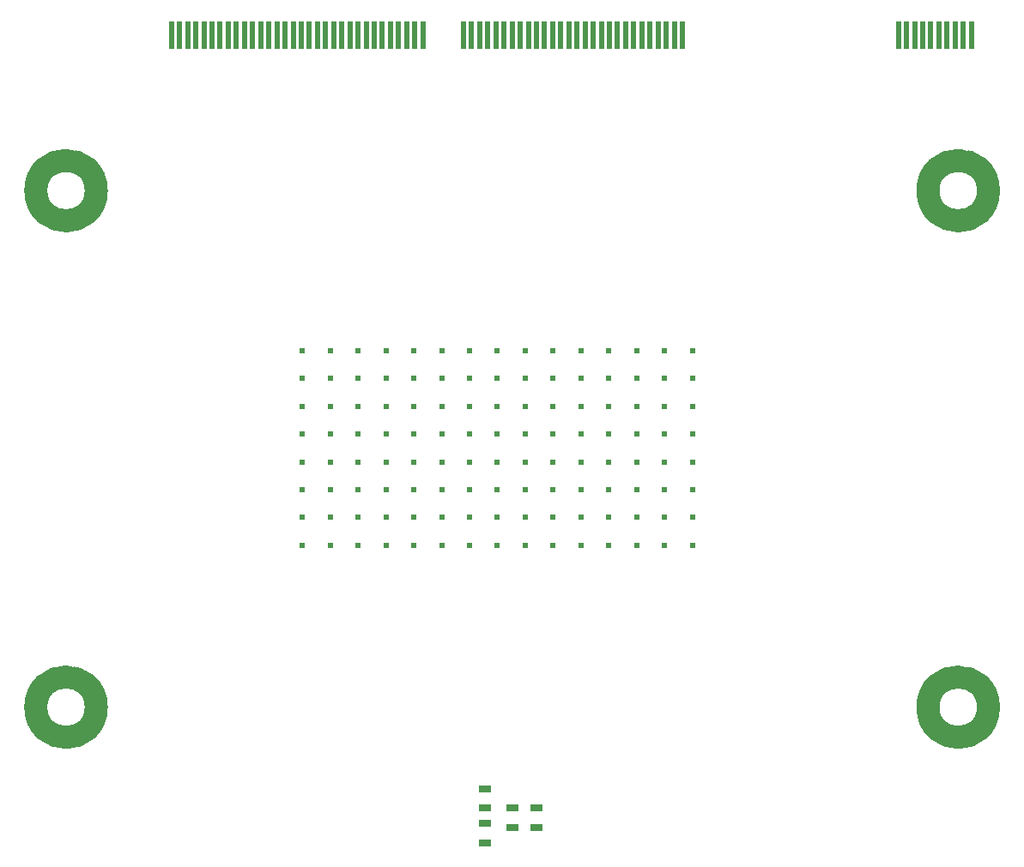
<source format=gbr>
G04 #@! TF.FileFunction,Paste,Bot*
%FSLAX46Y46*%
G04 Gerber Fmt 4.6, Leading zero omitted, Abs format (unit mm)*
G04 Created by KiCad (PCBNEW 4.0.1-stable) date 11/11/2016 12:06:41 PM*
%MOMM*%
G01*
G04 APERTURE LIST*
%ADD10C,0.100000*%
%ADD11C,2.250000*%
%ADD12R,0.500000X2.800000*%
%ADD13R,1.300000X0.700000*%
%ADD14C,0.604800*%
G04 APERTURE END LIST*
D10*
D11*
X146982767Y-74000000D02*
G75*
G03X146982767Y-74000000I-2982767J0D01*
G01*
X146982767Y-125000000D02*
G75*
G03X146982767Y-125000000I-2982767J0D01*
G01*
X58982767Y-125000000D02*
G75*
G03X58982767Y-125000000I-2982767J0D01*
G01*
X58982767Y-74000000D02*
G75*
G03X58982767Y-74000000I-2982767J0D01*
G01*
D12*
X116800000Y-58625000D03*
X115200000Y-58625000D03*
X116000000Y-58625000D03*
X114400000Y-58625000D03*
X95200000Y-58625000D03*
X96000000Y-58625000D03*
X91200000Y-58625000D03*
X100000000Y-58625000D03*
X100800000Y-58625000D03*
X102400000Y-58625000D03*
X101600000Y-58625000D03*
X98400000Y-58625000D03*
X99200000Y-58625000D03*
X97600000Y-58625000D03*
X96800000Y-58625000D03*
X109600000Y-58625000D03*
X110400000Y-58625000D03*
X112000000Y-58625000D03*
X111200000Y-58625000D03*
X113600000Y-58625000D03*
X112800000Y-58625000D03*
X106400000Y-58625000D03*
X107200000Y-58625000D03*
X108800000Y-58625000D03*
X108000000Y-58625000D03*
X104800000Y-58625000D03*
X105600000Y-58625000D03*
X104000000Y-58625000D03*
X103200000Y-58625000D03*
X80000000Y-58625000D03*
X80800000Y-58625000D03*
X82400000Y-58625000D03*
X81600000Y-58625000D03*
X84800000Y-58625000D03*
X85600000Y-58625000D03*
X84000000Y-58625000D03*
X83200000Y-58625000D03*
X89600000Y-58625000D03*
X90400000Y-58625000D03*
X88000000Y-58625000D03*
X88800000Y-58625000D03*
X87200000Y-58625000D03*
X86400000Y-58625000D03*
X73600000Y-58625000D03*
X74400000Y-58625000D03*
X76000000Y-58625000D03*
X75200000Y-58625000D03*
X78400000Y-58625000D03*
X79200000Y-58625000D03*
X77600000Y-58625000D03*
X76800000Y-58625000D03*
X70400000Y-58625000D03*
X71200000Y-58625000D03*
X72800000Y-58625000D03*
X72000000Y-58625000D03*
X68800000Y-58625000D03*
X69600000Y-58625000D03*
X68000000Y-58625000D03*
X66400000Y-58625000D03*
X67200000Y-58625000D03*
D13*
X102410000Y-136867000D03*
X102410000Y-134967000D03*
X99997000Y-134967000D03*
X99997000Y-136867000D03*
X97330000Y-136491000D03*
X97330000Y-138391000D03*
X97330000Y-133062000D03*
X97330000Y-134962000D03*
D14*
X79300000Y-109025000D03*
X79300000Y-106275000D03*
X79300000Y-103525000D03*
X79300000Y-100775000D03*
X79300000Y-98025000D03*
X79300000Y-95275000D03*
X79300000Y-92525000D03*
X79300000Y-89775000D03*
X82050000Y-109025000D03*
X82050000Y-106275000D03*
X82050000Y-103525000D03*
X82050000Y-100775000D03*
X82050000Y-98025000D03*
X82050000Y-95275000D03*
X82050000Y-92525000D03*
X82050000Y-89775000D03*
X84800000Y-109025000D03*
X84800000Y-106275000D03*
X84800000Y-103525000D03*
X84800000Y-100775000D03*
X84800000Y-98025000D03*
X84800000Y-95275000D03*
X84800000Y-92525000D03*
X84800000Y-89775000D03*
X87550000Y-109025000D03*
X87550000Y-106275000D03*
X87550000Y-103525000D03*
X87550000Y-100775000D03*
X87550000Y-98025000D03*
X87550000Y-95275000D03*
X87550000Y-92525000D03*
X87550000Y-89775000D03*
X90300000Y-109025000D03*
X90300000Y-106275000D03*
X90300000Y-103525000D03*
X90300000Y-100775000D03*
X90300000Y-98025000D03*
X90300000Y-95275000D03*
X90300000Y-92525000D03*
X90300000Y-89775000D03*
X93050000Y-109025000D03*
X93050000Y-106275000D03*
X93050000Y-103525000D03*
X93050000Y-100775000D03*
X93050000Y-98025000D03*
X93050000Y-95275000D03*
X93050000Y-92525000D03*
X93050000Y-89775000D03*
X95800000Y-109025000D03*
X95800000Y-106275000D03*
X95800000Y-103525000D03*
X95800000Y-100775000D03*
X95800000Y-98025000D03*
X95800000Y-95275000D03*
X95800000Y-92525000D03*
X95800000Y-89775000D03*
X98550000Y-109025000D03*
X98550000Y-106275000D03*
X98550000Y-103525000D03*
X98550000Y-100775000D03*
X98550000Y-98025000D03*
X98550000Y-95275000D03*
X98550000Y-92525000D03*
X98550000Y-89775000D03*
X101300000Y-109025000D03*
X101300000Y-106275000D03*
X101300000Y-103525000D03*
X101300000Y-100775000D03*
X101300000Y-98025000D03*
X101300000Y-95275000D03*
X101300000Y-92525000D03*
X101300000Y-89775000D03*
X104050000Y-109025000D03*
X104050000Y-106275000D03*
X104050000Y-103525000D03*
X104050000Y-100775000D03*
X104050000Y-98025000D03*
X104050000Y-95275000D03*
X104050000Y-92525000D03*
X104050000Y-89775000D03*
X106800000Y-109025000D03*
X106800000Y-106275000D03*
X106800000Y-103525000D03*
X106800000Y-100775000D03*
X106800000Y-98025000D03*
X106800000Y-95275000D03*
X106800000Y-92525000D03*
X106800000Y-89775000D03*
X109550000Y-109025000D03*
X109550000Y-106275000D03*
X109550000Y-103525000D03*
X109550000Y-100775000D03*
X109550000Y-98025000D03*
X109550000Y-95275000D03*
X109550000Y-92525000D03*
X109550000Y-89775000D03*
X112300000Y-109025000D03*
X112300000Y-106275000D03*
X112300000Y-103525000D03*
X112300000Y-100775000D03*
X112300000Y-98025000D03*
X112300000Y-95275000D03*
X112300000Y-92525000D03*
X112300000Y-89775000D03*
X115050000Y-109025000D03*
X115050000Y-106275000D03*
X115050000Y-103525000D03*
X115050000Y-100775000D03*
X115050000Y-98025000D03*
X115050000Y-95275000D03*
X115050000Y-92525000D03*
X115050000Y-89775000D03*
X117800000Y-109025000D03*
X117800000Y-106275000D03*
X117800000Y-103525000D03*
X117800000Y-100775000D03*
X117800000Y-98025000D03*
X117800000Y-95275000D03*
X117800000Y-92525000D03*
X117800000Y-89775000D03*
D12*
X145300000Y-58625000D03*
X142100000Y-58625000D03*
X142900000Y-58625000D03*
X144500000Y-58625000D03*
X143700000Y-58625000D03*
X140500000Y-58625000D03*
X141300000Y-58625000D03*
X139700000Y-58625000D03*
X138100000Y-58625000D03*
X138900000Y-58625000D03*
M02*

</source>
